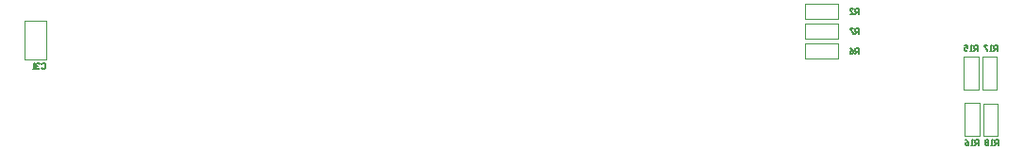
<source format=gbr>
%TF.GenerationSoftware,Altium Limited,Altium Designer,24.6.1 (21)*%
G04 Layer_Color=32896*
%FSLAX45Y45*%
%MOMM*%
%TF.SameCoordinates,FD53202A-208C-403B-AAB2-15DF5564725B*%
%TF.FilePolarity,Positive*%
%TF.FileFunction,Legend,Bot*%
%TF.Part,Single*%
G01*
G75*
%TA.AperFunction,NonConductor*%
%ADD57C,0.10000*%
%ADD59C,0.15000*%
D57*
X10010760Y8973549D02*
Y9105413D01*
X10302860D01*
Y8973549D02*
Y9105413D01*
X10010760Y8973549D02*
X10302860D01*
X10010760Y9151349D02*
Y9283213D01*
X10302860D01*
Y9151349D02*
Y9283213D01*
X10010760Y9151349D02*
X10302860D01*
X10010760Y9332708D02*
Y9464572D01*
X10302860D01*
Y9332708D02*
Y9464572D01*
X10010760Y9332708D02*
X10302860D01*
X11442700Y8572500D02*
X11574565D01*
Y8280400D02*
Y8572500D01*
X11442700Y8280400D02*
X11574565D01*
X11442700D02*
Y8572500D01*
X11605500Y8571300D02*
X11737365D01*
Y8279200D02*
Y8571300D01*
X11605500Y8279200D02*
X11737365D01*
X11605500D02*
Y8571300D01*
X11433990Y8988788D02*
X11565854D01*
Y8696688D02*
Y8988788D01*
X11433990Y8696688D02*
X11565854D01*
X11433990D02*
Y8988788D01*
X11599090D02*
X11730954D01*
Y8696688D02*
Y8988788D01*
X11599090Y8696688D02*
X11730954D01*
X11599090D02*
Y8988788D01*
X3200400Y8966200D02*
Y9309100D01*
X3009900D02*
X3200400D01*
X3009900Y8966200D02*
Y9309100D01*
Y8966200D02*
X3200400D01*
D59*
X11746480Y8191908D02*
Y8241892D01*
X11721488D01*
X11713157Y8233561D01*
Y8216900D01*
X11721488Y8208569D01*
X11746480D01*
X11729819D02*
X11713157Y8191908D01*
X11696496D02*
X11679835D01*
X11688165D01*
Y8241892D01*
X11696496Y8233561D01*
X11654843D02*
X11646512Y8241892D01*
X11629851D01*
X11621520Y8233561D01*
Y8225231D01*
X11629851Y8216900D01*
X11621520Y8208569D01*
Y8200239D01*
X11629851Y8191908D01*
X11646512D01*
X11654843Y8200239D01*
Y8208569D01*
X11646512Y8216900D01*
X11654843Y8225231D01*
Y8233561D01*
X11646512Y8216900D02*
X11629851D01*
X11737770Y9039996D02*
Y9089980D01*
X11712778D01*
X11704447Y9081649D01*
Y9064988D01*
X11712778Y9056657D01*
X11737770D01*
X11721108D02*
X11704447Y9039996D01*
X11687786D02*
X11671125D01*
X11679455D01*
Y9089980D01*
X11687786Y9081649D01*
X11646133Y9089980D02*
X11612810D01*
Y9081649D01*
X11646133Y9048327D01*
Y9039996D01*
X11568680Y8191908D02*
Y8241892D01*
X11543688D01*
X11535357Y8233561D01*
Y8216900D01*
X11543688Y8208569D01*
X11568680D01*
X11552019D02*
X11535357Y8191908D01*
X11518696D02*
X11502035D01*
X11510365D01*
Y8241892D01*
X11518696Y8233561D01*
X11443720Y8241892D02*
X11460382Y8233561D01*
X11477043Y8216900D01*
Y8200239D01*
X11468712Y8191908D01*
X11452051D01*
X11443720Y8200239D01*
Y8208569D01*
X11452051Y8216900D01*
X11477043D01*
X11559970Y9039996D02*
Y9089980D01*
X11534978D01*
X11526647Y9081649D01*
Y9064988D01*
X11534978Y9056657D01*
X11559970D01*
X11543308D02*
X11526647Y9039996D01*
X11509986D02*
X11493325D01*
X11501655D01*
Y9089980D01*
X11509986Y9081649D01*
X11435010Y9089980D02*
X11468333D01*
Y9064988D01*
X11451672Y9073318D01*
X11443341D01*
X11435010Y9064988D01*
Y9048327D01*
X11443341Y9039996D01*
X11460002D01*
X11468333Y9048327D01*
X10493753Y9195208D02*
Y9245192D01*
X10468761D01*
X10460430Y9236861D01*
Y9220200D01*
X10468761Y9211869D01*
X10493753D01*
X10477092D02*
X10460430Y9195208D01*
X10443769Y9245192D02*
X10410447D01*
Y9236861D01*
X10443769Y9203539D01*
Y9195208D01*
X10493753Y9017408D02*
Y9067392D01*
X10468761D01*
X10460430Y9059061D01*
Y9042400D01*
X10468761Y9034069D01*
X10493753D01*
X10477092D02*
X10460430Y9017408D01*
X10410447Y9067392D02*
X10427108Y9059061D01*
X10443769Y9042400D01*
Y9025739D01*
X10435439Y9017408D01*
X10418777D01*
X10410447Y9025739D01*
Y9034069D01*
X10418777Y9042400D01*
X10443769D01*
X10493753Y9373008D02*
Y9422992D01*
X10468761D01*
X10460430Y9414661D01*
Y9398000D01*
X10468761Y9389669D01*
X10493753D01*
X10477092D02*
X10460430Y9373008D01*
X10410447D02*
X10443769D01*
X10410447Y9406331D01*
Y9414661D01*
X10418777Y9422992D01*
X10435439D01*
X10443769Y9414661D01*
X3161892Y8919361D02*
X3170222Y8927692D01*
X3186883D01*
X3195214Y8919361D01*
Y8886039D01*
X3186883Y8877708D01*
X3170222D01*
X3161892Y8886039D01*
X3145230Y8919361D02*
X3136900Y8927692D01*
X3120239D01*
X3111908Y8919361D01*
Y8911031D01*
X3120239Y8902700D01*
X3128569D01*
X3120239D01*
X3111908Y8894369D01*
Y8886039D01*
X3120239Y8877708D01*
X3136900D01*
X3145230Y8886039D01*
X3095247Y8877708D02*
X3078586D01*
X3086916D01*
Y8927692D01*
X3095247Y8919361D01*
%TF.MD5,e395cdcb923c5e1f2dacaec863441aea*%
M02*

</source>
